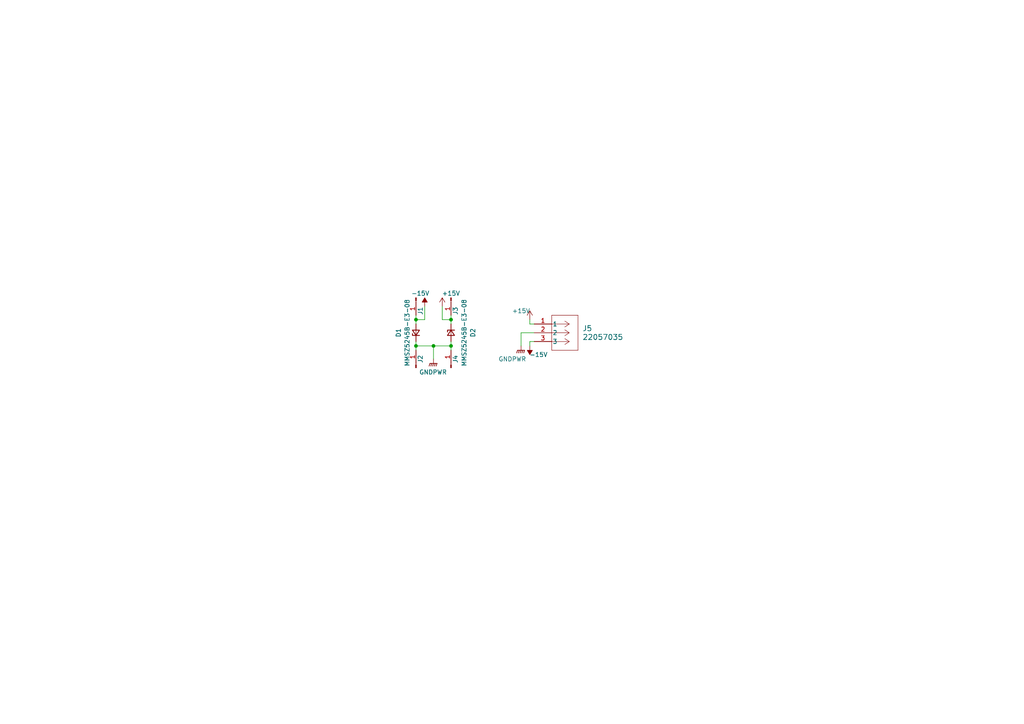
<source format=kicad_sch>
(kicad_sch (version 20230121) (generator eeschema)
  (paper "A4")
  (lib_symbols
    (symbol "22057035:22057035" (pin_names (offset 0.254))
      (property "Reference" "J" (at 8.89 6.35 0))
      (property "Value" "22057035" (at 0 0 0))
      (symbol "22057035_1_1"
        (polyline (pts (xy 5.08 -7.62) (xy 12.7 -7.62)) (stroke (width 0.127)))
        (polyline (pts (xy 5.08 2.54) (xy 5.08 -7.62)) (stroke (width 0.127)))
        (polyline (pts (xy 10.16 -5.08) (xy 5.08 -5.08)) (stroke (width 0.127)))
        (polyline (pts (xy 10.16 -5.08) (xy 8.89 -5.9267)) (stroke (width 0.127)))
        (polyline (pts (xy 10.16 -5.08) (xy 8.89 -4.2333)) (stroke (width 0.127)))
        (polyline (pts (xy 10.16 -2.54) (xy 5.08 -2.54)) (stroke (width 0.127)))
        (polyline (pts (xy 10.16 -2.54) (xy 8.89 -3.3867)) (stroke (width 0.127)))
        (polyline (pts (xy 10.16 -2.54) (xy 8.89 -1.6933)) (stroke (width 0.127)))
        (polyline (pts (xy 10.16 0) (xy 5.08 0)) (stroke (width 0.127)))
        (polyline (pts (xy 10.16 0) (xy 8.89 -0.8467)) (stroke (width 0.127)))
        (polyline (pts (xy 10.16 0) (xy 8.89 0.8467)) (stroke (width 0.127)))
        (polyline (pts (xy 12.7 -7.62) (xy 12.7 2.54)) (stroke (width 0.127)))
        (polyline (pts (xy 12.7 2.54) (xy 5.08 2.54)) (stroke (width 0.127)))
        (pin unspecified line (at 0 0 0) (length 5.08) (name "1") (number "1"))
        (pin unspecified line (at 0 -2.54 0) (length 5.08) (name "2") (number "2"))
        (pin unspecified line (at 0 -5.08 0) (length 5.08) (name "3") (number "3"))
      )
      (symbol "22057035_1_2"
        (polyline (pts (xy 5.08 -7.62) (xy 12.7 -7.62)) (stroke (width 0.127)))
        (polyline (pts (xy 5.08 2.54) (xy 5.08 -7.62)) (stroke (width 0.127)))
        (polyline (pts (xy 7.62 -5.08) (xy 5.08 -5.08)) (stroke (width 0.127)))
        (polyline (pts (xy 7.62 -5.08) (xy 8.89 -5.9267)) (stroke (width 0.127)))
        (polyline (pts (xy 7.62 -5.08) (xy 8.89 -4.2333)) (stroke (width 0.127)))
        (polyline (pts (xy 7.62 -2.54) (xy 5.08 -2.54)) (stroke (width 0.127)))
        (polyline (pts (xy 7.62 -2.54) (xy 8.89 -3.3867)) (stroke (width 0.127)))
        (polyline (pts (xy 7.62 -2.54) (xy 8.89 -1.6933)) (stroke (width 0.127)))
        (polyline (pts (xy 7.62 0) (xy 5.08 0)) (stroke (width 0.127)))
        (polyline (pts (xy 7.62 0) (xy 8.89 -0.8467)) (stroke (width 0.127)))
        (polyline (pts (xy 7.62 0) (xy 8.89 0.8467)) (stroke (width 0.127)))
        (polyline (pts (xy 12.7 -7.62) (xy 12.7 2.54)) (stroke (width 0.127)))
        (polyline (pts (xy 12.7 2.54) (xy 5.08 2.54)) (stroke (width 0.127)))
        (pin unspecified line (at 0 0 0) (length 5.08) (name "1") (number "1"))
        (pin unspecified line (at 0 -2.54 0) (length 5.08) (name "2") (number "2"))
        (pin unspecified line (at 0 -5.08 0) (length 5.08) (name "3") (number "3"))
      )
    )
    (symbol "Connector:Conn_01x01_Pin" (pin_names (offset 1.016) hide)
      (property "Reference" "J" (at 0 2.54 0))
      (property "Value" "Conn_01x01_Pin" (at 0 -2.54 0))
      (symbol "Conn_01x01_Pin_1_1"
        (polyline (pts (xy 1.27 0) (xy 0.8636 0)) (stroke (width 0.1524)))
        (rectangle (start 0.8636 0.127) (end 0 -0.127) (stroke (width 0.1524)) (fill (type outline)))
        (pin passive line (at 5.08 0 180) (length 3.81) (name "Pin_1") (number "1"))
      )
    )
    (symbol "Device:D_Zener_Small" (pin_numbers hide) (pin_names (offset 0.254) hide)
      (property "Reference" "D" (at 0 2.286 0))
      (property "Value" "D_Zener_Small" (at 0 -2.286 0))
      (symbol "D_Zener_Small_0_1"
        (polyline (pts (xy 0.762 0) (xy -0.762 0)))
        (polyline (pts (xy -0.254 1.016) (xy -0.762 1.016) (xy -0.762 -1.016)) (stroke (width 0.254)))
        (polyline (pts (xy 0.762 1.016) (xy -0.762 0) (xy 0.762 -1.016) (xy 0.762 1.016)) (stroke (width 0.254)))
      )
      (symbol "D_Zener_Small_1_1"
        (pin passive line (at -2.54 0 0) (length 1.778) (name "K") (number "1"))
        (pin passive line (at 2.54 0 180) (length 1.778) (name "A") (number "2"))
      )
    )
    (symbol "power:+15V" (power) (pin_names (offset 0))
      (property "Value" "+15V" (at 0 3.556 0))
      (symbol "+15V_0_1"
        (polyline (pts (xy -0.762 1.27) (xy 0 2.54)))
        (polyline (pts (xy 0 0) (xy 0 2.54)))
        (polyline (pts (xy 0 2.54) (xy 0.762 1.27)))
      )
      (symbol "+15V_1_1"
        (pin power_in line (at 0 0 90) (length 0) hide (name "+15V") (number "1"))
      )
    )
    (symbol "power:-15V" (power) (pin_names (offset 0))
      (property "Value" "-15V" (at 0 3.81 0))
      (symbol "-15V_0_0"
        (pin power_in line (at 0 0 90) (length 0) hide (name "-15V") (number "1"))
      )
      (symbol "-15V_0_1"
        (polyline (pts (xy 0 0) (xy 0 1.27) (xy 0.762 1.27) (xy 0 2.54) (xy -0.762 1.27) (xy 0 1.27)) (fill (type outline)))
      )
    )
    (symbol "power:GNDPWR" (power) (pin_names (offset 0))
      (property "Value" "GNDPWR" (at 0 -3.302 0))
      (symbol "GNDPWR_0_1"
        (polyline (pts (xy 0 -1.27) (xy 0 0)))
        (polyline (pts (xy -1.016 -1.27) (xy -1.27 -2.032) (xy -1.27 -2.032)) (stroke (width 0.2032)))
        (polyline (pts (xy -0.508 -1.27) (xy -0.762 -2.032) (xy -0.762 -2.032)) (stroke (width 0.2032)))
        (polyline (pts (xy 0 -1.27) (xy -0.254 -2.032) (xy -0.254 -2.032)) (stroke (width 0.2032)))
        (polyline (pts (xy 0.508 -1.27) (xy 0.254 -2.032) (xy 0.254 -2.032)) (stroke (width 0.2032)))
        (polyline (pts (xy 1.016 -1.27) (xy -1.016 -1.27) (xy -1.016 -1.27)) (stroke (width 0.2032)))
        (polyline (pts (xy 1.016 -1.27) (xy 0.762 -2.032) (xy 0.762 -2.032) (xy 0.762 -2.032)) (stroke (width 0.2032)))
      )
      (symbol "GNDPWR_1_1"
        (pin power_in line (at 0 0 270) (length 0) hide (name "GNDPWR") (number "1"))
      )
    )
  )
  (junction (at 120.65 100.33))
  (junction (at 125.73 100.33))
  (junction (at 120.65 92.71))
  (junction (at 130.81 92.71))
  (junction (at 130.81 100.33))
  (wire (pts (xy 128.27 92.71) (xy 130.81 92.71)))
  (wire (pts (xy 130.81 99.06) (xy 130.81 100.33)))
  (wire (pts (xy 154.94 93.98) (xy 153.67 93.98)))
  (wire (pts (xy 153.67 93.98) (xy 153.67 92.71)))
  (wire (pts (xy 130.81 92.71) (xy 130.81 93.98)))
  (wire (pts (xy 123.19 92.71) (xy 123.19 88.9)))
  (wire (pts (xy 130.81 100.33) (xy 130.81 101.6)))
  (wire (pts (xy 151.13 96.52) (xy 154.94 96.52)))
  (wire (pts (xy 120.65 100.33) (xy 125.73 100.33)))
  (wire (pts (xy 125.73 100.33) (xy 130.81 100.33)))
  (wire (pts (xy 154.94 99.06) (xy 153.67 99.06)))
  (wire (pts (xy 151.13 96.52) (xy 151.13 100.33)))
  (wire (pts (xy 120.65 100.33) (xy 120.65 101.6)))
  (wire (pts (xy 120.65 92.71) (xy 120.65 93.98)))
  (wire (pts (xy 130.81 91.44) (xy 130.81 92.71)))
  (wire (pts (xy 120.65 92.71) (xy 123.19 92.71)))
  (wire (pts (xy 120.65 99.06) (xy 120.65 100.33)))
  (wire (pts (xy 128.27 88.9) (xy 128.27 92.71)))
  (wire (pts (xy 153.67 99.06) (xy 153.67 100.33)))
  (wire (pts (xy 120.65 91.44) (xy 120.65 92.71)))
  (wire (pts (xy 125.73 100.33) (xy 125.73 104.14)))
  (symbol (lib_id "Connector:Conn_01x01_Pin") (at 120.65 86.36 270) (unit 1)
    (property "Reference" "J1" (at 121.92 90.17 0))
    (property "Value" "Conn_01x01_Pin" (effects hide))
    (property "Footprint" "Connector_PinHeader_1.27mm:PinHeader_1x01_P1.27mm_Vertical" (effects hide))
  )
  (symbol (lib_id "power:GNDPWR") (at 151.13 100.33 0) (unit 1)
    (property "Reference" "#PWR01" (effects hide))
    (property "Value" "GNDPWR" (at 148.59 104.14 0))
  )
  (symbol (lib_id "Connector:Conn_01x01_Pin") (at 120.65 106.68 90) (unit 1)
    (property "Reference" "J2" (at 121.92 104.14 0))
    (property "Value" "Conn_01x01_Pin" (effects hide))
  )
  (symbol (lib_id "power:-15V") (at 153.67 100.33 180) (unit 1)
    (property "Reference" "#PWR02" (effects hide))
    (property "Value" "-15V" (at 156.21 102.87 0))
  )
  (symbol (lib_id "power:-15V") (at 123.19 88.9 0) (unit 1)
    (property "Reference" "#PWR05" (effects hide))
    (property "Value" "-15V" (at 121.92 85.09 0))
  )
  (symbol (lib_id "Device:D_Zener_Small") (at 130.81 96.52 90) (mirror x) (unit 1)
    (property "Reference" "D2" (at 137.16 96.52 0))
    (property "Value" "MMSZ5245B-E3-08" (at 134.62 96.52 0))
    (property "Footprint" "Diode_SMD:D_SOD-123" (effects hide))
  )
  (symbol (lib_id "Device:D_Zener_Small") (at 120.65 96.52 90) (unit 1)
    (property "Reference" "D1" (at 115.57 96.52 0))
    (property "Value" "MMSZ5245B-E3-08" (at 118.11 96.52 0))
    (property "Footprint" "Diode_SMD:D_SOD-123" (effects hide))
  )
  (symbol (lib_id "Connector:Conn_01x01_Pin") (at 130.81 106.68 270) (mirror x) (unit 1)
    (property "Reference" "J4" (at 132.08 104.14 0))
    (property "Value" "Conn_01x01_Pin" (effects hide))
  )
  (symbol (lib_id "power:+15V") (at 128.27 88.9 0) (unit 1)
    (property "Reference" "#PWR04" (effects hide))
    (property "Value" "+15V" (at 130.81 85.09 0))
  )
  (symbol (lib_id "power:GNDPWR") (at 125.73 104.14 0) (unit 1)
    (property "Reference" "#PWR06" (effects hide))
    (property "Value" "GNDPWR" (at 125.603 107.95 0))
  )
  (symbol (lib_id "22057035:22057035") (at 154.94 93.98 0) (unit 1)
    (property "Reference" "J5" (at 168.91 95.25 0) (effects (font (size 1.524 1.524)) (justify left)))
    (property "Value" "22057035" (at 168.91 97.79 0) (effects (font (size 1.524 1.524)) (justify left)))
    (property "Footprint" "CON_22057035_MOL" (effects hide))
    (property "Datasheet" "22057035" (effects hide))
  )
  (symbol (lib_id "Connector:Conn_01x01_Pin") (at 130.81 86.36 90) (mirror x) (unit 1)
    (property "Reference" "J3" (at 132.08 90.17 0))
    (property "Value" "Conn_01x01_Pin" (effects hide))
    (property "Footprint" "Connector_PinHeader_1.27mm:PinHeader_1x01_P1.27mm_Vertical" (effects hide))
  )
  (symbol (lib_id "power:+15V") (at 153.67 92.71 0) (unit 1)
    (property "Reference" "#PWR03" (effects hide))
    (property "Value" "+15V" (at 151.13 90.17 0))
  )
)
</source>
